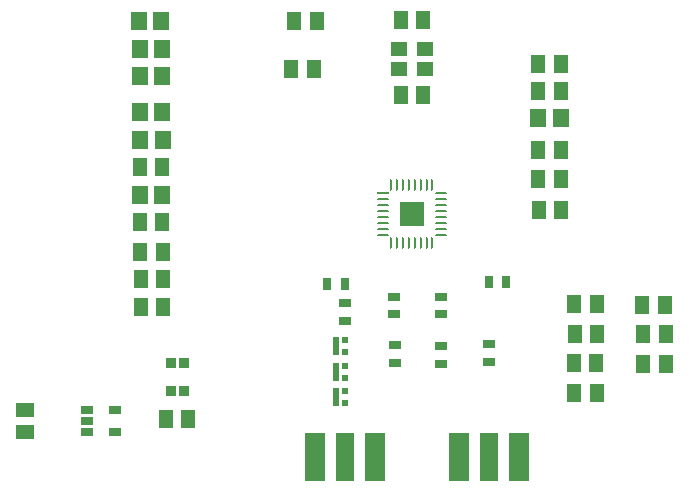
<source format=gtp>
G04*
G04 #@! TF.GenerationSoftware,Altium Limited,Altium Designer,24.5.2 (23)*
G04*
G04 Layer_Color=8421504*
%FSLAX25Y25*%
%MOIN*%
G70*
G04*
G04 #@! TF.SameCoordinates,466BDFCD-25A3-4837-BAAA-452BE7E626CC*
G04*
G04*
G04 #@! TF.FilePolarity,Positive*
G04*
G01*
G75*
%ADD15R,0.07968X0.07968*%
%ADD16R,0.07000X0.16000*%
%ADD17R,0.06000X0.16000*%
%ADD18R,0.01968X0.02362*%
%ADD19R,0.01968X0.06299*%
%ADD20R,0.04331X0.03150*%
%ADD21R,0.05118X0.05906*%
%ADD22R,0.05906X0.05118*%
%ADD23R,0.03465X0.03386*%
%ADD24R,0.03150X0.04331*%
%ADD25R,0.05315X0.05906*%
%ADD26R,0.05512X0.04724*%
%ADD27R,0.03937X0.02756*%
G04:AMPARAMS|DCode=28|XSize=39.75mil|YSize=9.55mil|CornerRadius=4.77mil|HoleSize=0mil|Usage=FLASHONLY|Rotation=0.000|XOffset=0mil|YOffset=0mil|HoleType=Round|Shape=RoundedRectangle|*
%AMROUNDEDRECTD28*
21,1,0.03975,0.00000,0,0,0.0*
21,1,0.03020,0.00955,0,0,0.0*
1,1,0.00955,0.01510,0.00000*
1,1,0.00955,-0.01510,0.00000*
1,1,0.00955,-0.01510,0.00000*
1,1,0.00955,0.01510,0.00000*
%
%ADD28ROUNDEDRECTD28*%
G04:AMPARAMS|DCode=29|XSize=9.55mil|YSize=39.75mil|CornerRadius=4.77mil|HoleSize=0mil|Usage=FLASHONLY|Rotation=0.000|XOffset=0mil|YOffset=0mil|HoleType=Round|Shape=RoundedRectangle|*
%AMROUNDEDRECTD29*
21,1,0.00955,0.03020,0,0,0.0*
21,1,0.00000,0.03975,0,0,0.0*
1,1,0.00955,0.00000,-0.01510*
1,1,0.00955,0.00000,-0.01510*
1,1,0.00955,0.00000,0.01510*
1,1,0.00955,0.00000,0.01510*
%
%ADD29ROUNDEDRECTD29*%
%ADD30R,0.03975X0.00955*%
D15*
X172138Y94196D02*
D03*
D16*
X187728Y13295D02*
D03*
X207728D02*
D03*
X159984Y13098D02*
D03*
X139984D02*
D03*
D17*
X197728Y13295D02*
D03*
X149984Y13098D02*
D03*
D18*
Y31130D02*
D03*
Y35067D02*
D03*
Y39630D02*
D03*
Y43567D02*
D03*
Y48098D02*
D03*
Y52035D02*
D03*
D19*
X146835Y33098D02*
D03*
Y41598D02*
D03*
Y50067D02*
D03*
D20*
X149984Y58646D02*
D03*
Y64551D02*
D03*
X166232Y60736D02*
D03*
Y66642D02*
D03*
X181980Y44201D02*
D03*
Y50106D02*
D03*
X166429Y44594D02*
D03*
Y50500D02*
D03*
X197728Y44791D02*
D03*
Y50697D02*
D03*
X181980Y60736D02*
D03*
Y66642D02*
D03*
D21*
X88870Y109752D02*
D03*
X81390D02*
D03*
Y91642D02*
D03*
X88870D02*
D03*
X221744Y115461D02*
D03*
X214264D02*
D03*
X175878Y158768D02*
D03*
X168398D02*
D03*
X233949Y54240D02*
D03*
X226468D02*
D03*
X256784Y54043D02*
D03*
X249303D02*
D03*
X139461Y142429D02*
D03*
X131980D02*
D03*
X140445Y158571D02*
D03*
X132965D02*
D03*
X81783Y72404D02*
D03*
X89264D02*
D03*
X81783Y63295D02*
D03*
X89264D02*
D03*
X221744Y135037D02*
D03*
X214264D02*
D03*
X221941Y95382D02*
D03*
X214461D02*
D03*
X221744Y144038D02*
D03*
X214264D02*
D03*
X97634Y25894D02*
D03*
X90154D02*
D03*
X256784Y44201D02*
D03*
X249303D02*
D03*
X226272Y34555D02*
D03*
X233752D02*
D03*
X233555Y44398D02*
D03*
X226075D02*
D03*
X221744Y106012D02*
D03*
X214264D02*
D03*
X168398Y133965D02*
D03*
X175878D02*
D03*
X256390Y63886D02*
D03*
X248909D02*
D03*
X226272Y64083D02*
D03*
X233752D02*
D03*
X81587Y81406D02*
D03*
X89067D02*
D03*
D22*
X43303Y21366D02*
D03*
Y28846D02*
D03*
D23*
X96359Y44594D02*
D03*
X91823D02*
D03*
X96359Y35146D02*
D03*
X91823D02*
D03*
D24*
X197728Y71563D02*
D03*
X203634D02*
D03*
X149894Y70777D02*
D03*
X143988D02*
D03*
D25*
X89067Y119004D02*
D03*
X81587D02*
D03*
X81390Y100643D02*
D03*
X88870D02*
D03*
X81390Y128256D02*
D03*
X88870D02*
D03*
X81193Y158374D02*
D03*
X88673D02*
D03*
X81390Y149319D02*
D03*
X88870D02*
D03*
X81390Y140264D02*
D03*
X88870D02*
D03*
X214264Y126036D02*
D03*
X221744D02*
D03*
D26*
X167807Y142429D02*
D03*
Y149122D02*
D03*
X176469Y142429D02*
D03*
Y149122D02*
D03*
D27*
X73225Y28846D02*
D03*
Y21366D02*
D03*
X63776Y28846D02*
D03*
Y25106D02*
D03*
Y21366D02*
D03*
D28*
X162487Y87306D02*
D03*
Y89275D02*
D03*
Y99117D02*
D03*
Y95180D02*
D03*
Y97149D02*
D03*
Y91243D02*
D03*
Y93212D02*
D03*
X181788Y87306D02*
D03*
Y89275D02*
D03*
Y91243D02*
D03*
Y97149D02*
D03*
Y99117D02*
D03*
Y93212D02*
D03*
Y95180D02*
D03*
Y101086D02*
D03*
D29*
X165248Y84545D02*
D03*
X167217D02*
D03*
Y103847D02*
D03*
X165248D02*
D03*
X175091Y84545D02*
D03*
X179028D02*
D03*
X177059D02*
D03*
X171153D02*
D03*
X169185D02*
D03*
X173122D02*
D03*
X177059Y103847D02*
D03*
X171153D02*
D03*
X169185D02*
D03*
X175091D02*
D03*
X173122D02*
D03*
X179028D02*
D03*
D30*
X162487Y101086D02*
D03*
M02*

</source>
